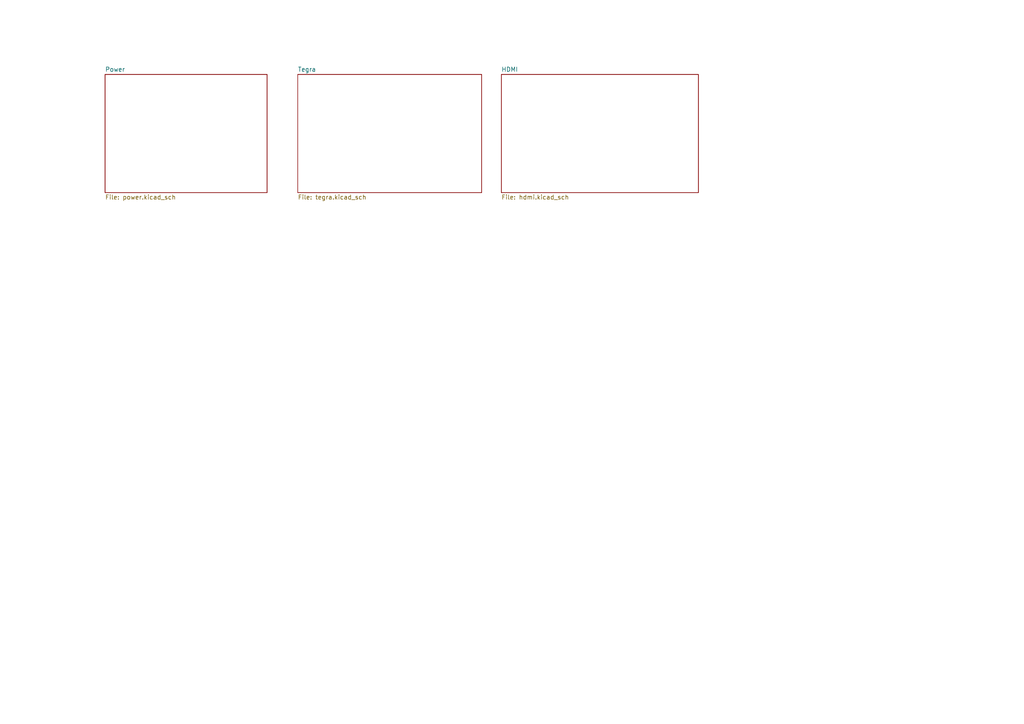
<source format=kicad_sch>
(kicad_sch (version 20230121) (generator eeschema)
  (paper "A4")
  (lib_symbols)
  (sheet (at 145.415 21.59) (size 57.15 34.29) (stroke (width 0.1524))
    (property "Sheetname" "HDMI" (at 145.415 20.8784 0) (effects (justify left bottom)))
    (property "Sheetfile" "hdmi.kicad_sch" (at 145.415 56.4646 0) (effects (justify left top)))
  )
  (sheet (at 86.36 21.59) (size 53.34 34.29) (stroke (width 0.1524))
    (property "Sheetname" "Tegra" (at 86.36 20.8784 0) (effects (justify left bottom)))
    (property "Sheetfile" "tegra.kicad_sch" (at 86.36 56.4646 0) (effects (justify left top)))
  )
  (sheet (at 30.48 21.59) (size 46.99 34.29) (stroke (width 0.1524))
    (property "Sheetname" "Power" (at 30.48 20.8784 0) (effects (justify left bottom)))
    (property "Sheetfile" "power.kicad_sch" (at 30.48 56.4646 0) (effects (justify left top)))
  )
)
</source>
